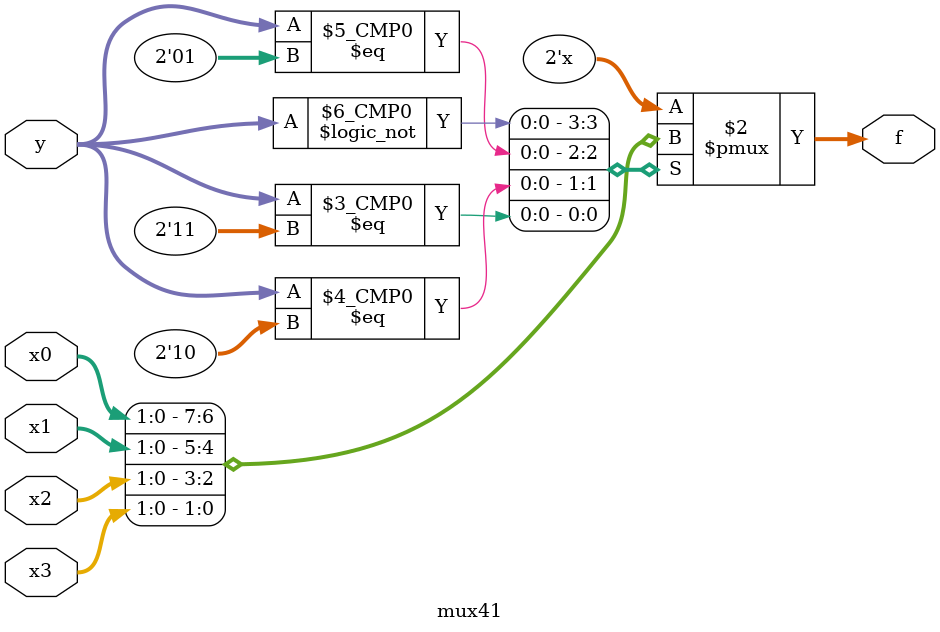
<source format=v>
module mux41(
input [1:0] x0,
input [1:0] x1,
input [1:0] x2,
input [1:0] x3,
input [1:0] y,
output reg [1:0] f
);
always @(*) begin 
case (y)
2'b00:f=x0;
2'b01:f=x1;
2'b10:f=x2;
2'b11:f=x3;
default :f=2'b00;

endcase
end
endmodule

</source>
